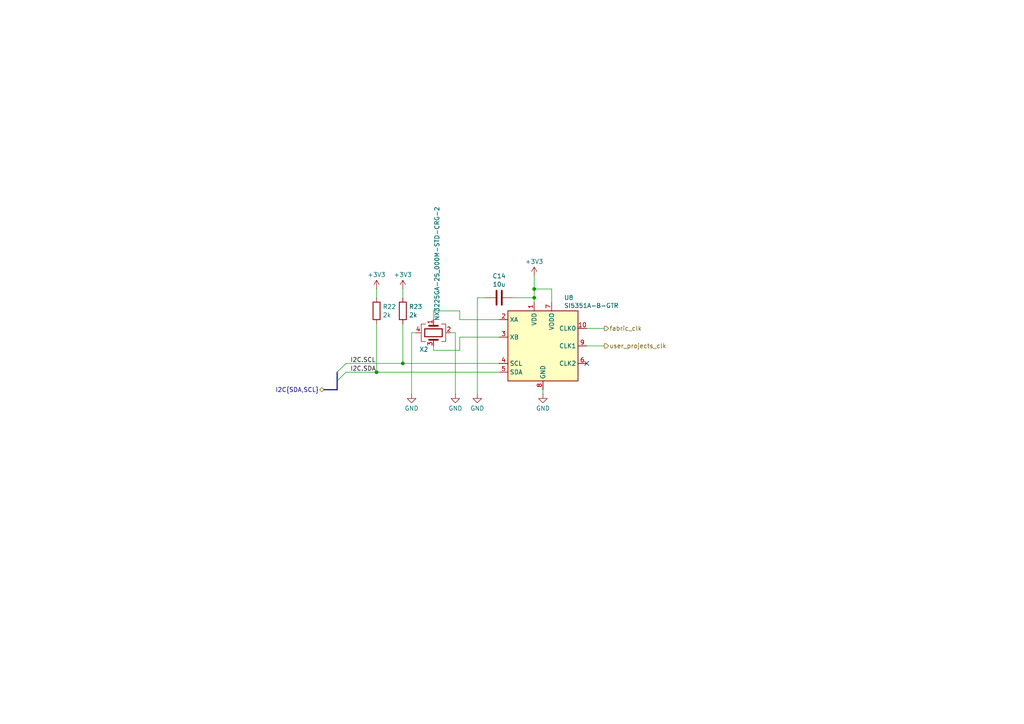
<source format=kicad_sch>
(kicad_sch (version 20231120) (generator "eeschema") (generator_version "8.0")
  (paper "A4")
  (title_block (title "Clocking") (date "2024-05-30") (rev "0.2.0"))
  (lib_symbols
    (symbol "Device:C" (pin_numbers hide) (pin_names (offset 0.254))
      (property "Reference" "C" (at 0.635 2.54 0))
      (property "Value" "C" (at 0.635 -2.54 0))
      (symbol "C_0_1"
        (polyline (pts (xy -2.032 -0.762) (xy 2.032 -0.762)) (stroke (width 0.508)))
        (polyline (pts (xy -2.032 0.762) (xy 2.032 0.762)) (stroke (width 0.508)))
      )
      (symbol "C_1_1"
        (pin passive line (at 0 3.81 270) (length 2.794) (name "~") (number "1"))
        (pin passive line (at 0 -3.81 90) (length 2.794) (name "~") (number "2"))
      )
    )
    (symbol "Device:Crystal_GND24" (pin_names (offset 1.016) hide)
      (property "Reference" "Y" (at 3.175 5.08 0))
      (property "Value" "Crystal_GND24" (at 3.175 3.175 0))
      (symbol "Crystal_GND24_0_1"
        (rectangle (start -1.143 2.54) (end 1.143 -2.54) (stroke (width 0.3048)))
        (polyline (pts (xy -2.54 0) (xy -2.032 0)))
        (polyline (pts (xy -2.032 -1.27) (xy -2.032 1.27)) (stroke (width 0.508)))
        (polyline (pts (xy 0 -3.81) (xy 0 -3.556)))
        (polyline (pts (xy 0 3.556) (xy 0 3.81)))
        (polyline (pts (xy 2.032 -1.27) (xy 2.032 1.27)) (stroke (width 0.508)))
        (polyline (pts (xy 2.032 0) (xy 2.54 0)))
        (polyline (pts (xy -2.54 -2.286) (xy -2.54 -3.556) (xy 2.54 -3.556) (xy 2.54 -2.286)))
        (polyline (pts (xy -2.54 2.286) (xy -2.54 3.556) (xy 2.54 3.556) (xy 2.54 2.286)))
      )
      (symbol "Crystal_GND24_1_1"
        (pin passive line (at -3.81 0 0) (length 1.27) (name "1") (number "1"))
        (pin passive line (at 0 5.08 270) (length 1.27) (name "2") (number "2"))
        (pin passive line (at 3.81 0 180) (length 1.27) (name "3") (number "3"))
        (pin passive line (at 0 -5.08 90) (length 1.27) (name "4") (number "4"))
      )
    )
    (symbol "Device:R" (pin_numbers hide) (pin_names (offset 0))
      (property "Reference" "R" (at 2.032 0 90))
      (property "Value" "R" (at 0 0 90))
      (symbol "R_0_1"
        (rectangle (start -1.016 -2.54) (end 1.016 2.54) (stroke (width 0.254)))
      )
      (symbol "R_1_1"
        (pin passive line (at 0 3.81 270) (length 1.27) (name "~") (number "1"))
        (pin passive line (at 0 -3.81 90) (length 1.27) (name "~") (number "2"))
      )
    )
    (symbol "Oscillator:Si5351A-B-GT"
      (property "Reference" "Y" (at -8.89 11.43 0))
      (property "Value" "Si5351A-B-GT" (at -12.7 -12.7 0))
      (symbol "Si5351A-B-GT_0_1"
        (rectangle (start -10.16 10.16) (end 10.16 -10.16) (stroke (width 0.254)) (fill (type background)))
      )
      (symbol "Si5351A-B-GT_1_1"
        (pin power_in line (at -2.54 12.7 270) (length 2.54) (name "VDD") (number "1"))
        (pin output line (at 12.7 5.08 180) (length 2.54) (name "CLK0") (number "10"))
        (pin input line (at -12.7 7.62 0) (length 2.54) (name "XA") (number "2"))
        (pin input line (at -12.7 2.54 0) (length 2.54) (name "XB") (number "3"))
        (pin input line (at -12.7 -5.08 0) (length 2.54) (name "SCL") (number "4"))
        (pin bidirectional line (at -12.7 -7.62 0) (length 2.54) (name "SDA") (number "5"))
        (pin output line (at 12.7 -5.08 180) (length 2.54) (name "CLK2") (number "6"))
        (pin power_in line (at 2.54 12.7 270) (length 2.54) (name "VDDO") (number "7"))
        (pin power_in line (at 0 -12.7 90) (length 2.54) (name "GND") (number "8"))
        (pin output line (at 12.7 0 180) (length 2.54) (name "CLK1") (number "9"))
      )
    )
    (symbol "power:+3V3" (power) (pin_numbers hide) (pin_names (offset 0) hide)
      (property "Value" "+3V3" (at 0 3.556 0))
      (symbol "+3V3_0_1"
        (polyline (pts (xy -0.762 1.27) (xy 0 2.54)))
        (polyline (pts (xy 0 0) (xy 0 2.54)))
        (polyline (pts (xy 0 2.54) (xy 0.762 1.27)))
      )
      (symbol "+3V3_1_1"
        (pin power_in line (at 0 0 90) (length 0) (name "~") (number "1"))
      )
    )
    (symbol "power:GND" (power) (pin_numbers hide) (pin_names (offset 0) hide)
      (property "Value" "GND" (at 0 -3.81 0))
      (symbol "GND_0_1"
        (polyline (pts (xy 0 0) (xy 0 -1.27) (xy 1.27 -1.27) (xy 0 -2.54) (xy -1.27 -1.27) (xy 0 -1.27)))
      )
      (symbol "GND_1_1"
        (pin power_in line (at 0 0 270) (length 0) (name "~") (number "1"))
      )
    )
  )
  (bus_alias "I2C" (members "SDA" "SCL"))
  (junction (at 154.94 83.82))
  (junction (at 109.22 107.95))
  (junction (at 154.94 86.36))
  (junction (at 116.84 105.41))
  (no_connect (at 170.18 105.41))
  (bus_entry (at 100.33 105.41) (size -2.54 2.54))
  (bus_entry (at 100.33 107.95) (size -2.54 2.54))
  (wire (pts (xy 170.18 95.25) (xy 175.26 95.25)))
  (wire (pts (xy 100.33 107.95) (xy 109.22 107.95)))
  (bus (pts (xy 97.79 107.95) (xy 97.79 110.49)))
  (wire (pts (xy 138.43 86.36) (xy 140.97 86.36)))
  (wire (pts (xy 148.59 86.36) (xy 154.94 86.36)))
  (wire (pts (xy 116.84 105.41) (xy 144.78 105.41)))
  (wire (pts (xy 154.94 86.36) (xy 154.94 87.63)))
  (wire (pts (xy 100.33 105.41) (xy 116.84 105.41)))
  (bus (pts (xy 93.98 113.03) (xy 97.79 113.03)))
  (wire (pts (xy 109.22 107.95) (xy 109.22 93.98)))
  (wire (pts (xy 125.73 100.33) (xy 125.73 101.6)))
  (wire (pts (xy 133.35 97.79) (xy 133.35 101.6)))
  (wire (pts (xy 116.84 83.82) (xy 116.84 86.36)))
  (wire (pts (xy 109.22 83.82) (xy 109.22 86.36)))
  (wire (pts (xy 119.38 114.3) (xy 119.38 96.52)))
  (wire (pts (xy 116.84 105.41) (xy 116.84 93.98)))
  (wire (pts (xy 133.35 92.71) (xy 144.78 92.71)))
  (wire (pts (xy 132.08 96.52) (xy 132.08 114.3)))
  (bus (pts (xy 97.79 110.49) (xy 97.79 113.03)))
  (wire (pts (xy 175.26 100.33) (xy 170.18 100.33)))
  (wire (pts (xy 125.73 90.17) (xy 133.35 90.17)))
  (wire (pts (xy 154.94 83.82) (xy 154.94 86.36)))
  (wire (pts (xy 125.73 90.17) (xy 125.73 92.71)))
  (wire (pts (xy 125.73 101.6) (xy 133.35 101.6)))
  (wire (pts (xy 119.38 96.52) (xy 120.65 96.52)))
  (wire (pts (xy 160.02 83.82) (xy 160.02 87.63)))
  (wire (pts (xy 109.22 107.95) (xy 144.78 107.95)))
  (wire (pts (xy 157.48 113.03) (xy 157.48 114.3)))
  (wire (pts (xy 144.78 97.79) (xy 133.35 97.79)))
  (wire (pts (xy 133.35 90.17) (xy 133.35 92.71)))
  (wire (pts (xy 138.43 114.3) (xy 138.43 86.36)))
  (wire (pts (xy 154.94 83.82) (xy 160.02 83.82)))
  (wire (pts (xy 154.94 80.01) (xy 154.94 83.82)))
  (wire (pts (xy 132.08 96.52) (xy 130.81 96.52)))
  (label "I2C.SCL" (at 101.6 105.41 0))
  (label "I2C.SDA" (at 101.6 107.95 0))
  (hierarchical_label "I2C{SDA,SCL}" (shape bidirectional) (at 93.98 113.03 180))
  (hierarchical_label "user_projects_clk" (shape output) (at 175.26 100.33 0))
  (hierarchical_label "fabric_clk" (shape output) (at 175.26 95.25 0))
  (symbol (lib_id "power:GND") (at 132.08 114.3 0) (unit 1)
    (property "Reference" "#PWR82" (effects (hide yes)))
    (property "Value" "GND" (at 132.08 118.4331 0))
    (property "Description" "Power symbol creates a global label with name \"GND\" , ground" (effects (hide yes)))
  )
  (symbol (lib_id "power:+3V3") (at 154.94 80.01 0) (unit 1)
    (property "Reference" "#PWR84" (effects (hide yes)))
    (property "Value" "+3V3" (at 154.94 75.8769 0))
    (property "Description" "Power symbol creates a global label with name \"+3V3\"" (effects (hide yes)))
  )
  (symbol (lib_id "power:+3V3") (at 109.22 83.82 0) (unit 1)
    (property "Reference" "#PWR79" (effects (hide yes)))
    (property "Value" "+3V3" (at 109.22 79.6869 0))
    (property "Description" "Power symbol creates a global label with name \"+3V3\"" (effects (hide yes)))
  )
  (symbol (lib_id "power:GND") (at 138.43 114.3 0) (unit 1)
    (property "Reference" "#PWR83" (effects (hide yes)))
    (property "Value" "GND" (at 138.43 118.4331 0))
    (property "Description" "Power symbol creates a global label with name \"GND\" , ground" (effects (hide yes)))
  )
  (symbol (lib_id "Device:R") (at 109.22 90.17 0) (unit 1)
    (property "Reference" "R22" (at 110.998 88.9578 0) (effects (justify left)))
    (property "Value" "2k" (at 110.998 91.3821 0) (effects (justify left)))
    (property "Footprint" "Resistor_SMD:R_0805_2012Metric" (effects (hide yes)))
    (property "Description" "Resistor" (effects (hide yes)))
  )
  (symbol (lib_id "Device:R") (at 116.84 90.17 0) (unit 1)
    (property "Reference" "R23" (at 118.618 88.9578 0) (effects (justify left)))
    (property "Value" "2k" (at 118.618 91.3821 0) (effects (justify left)))
    (property "Footprint" "Resistor_SMD:R_0805_2012Metric" (effects (hide yes)))
    (property "Description" "Resistor" (effects (hide yes)))
  )
  (symbol (lib_id "power:GND") (at 119.38 114.3 0) (unit 1)
    (property "Reference" "#PWR81" (effects (hide yes)))
    (property "Value" "GND" (at 119.38 118.4331 0))
    (property "Description" "Power symbol creates a global label with name \"GND\" , ground" (effects (hide yes)))
  )
  (symbol (lib_id "Device:Crystal_GND24") (at 125.73 96.52 270) (unit 1)
    (property "Reference" "X2" (at 122.936 101.346 90))
    (property "Value" "NX3225GA-25_000M-STD-CRG-2" (at 126.746 76.454 0))
    (property "Footprint" "Crystal:Crystal_SMD_3225-4Pin_3.2x2.5mm" (effects (hide yes)))
    (property "Description" "Four pin crystal, GND on pins 2 and 4" (effects (hide yes)))
    (property "LCSC" "C1985619" (effects (hide yes)))
  )
  (symbol (lib_id "Device:C") (at 144.78 86.36 90) (unit 1)
    (property "Reference" "C14" (at 144.78 80.0565 90))
    (property "Value" "10u" (at 144.78 82.4808 90))
    (property "Footprint" "Capacitor_SMD:C_0805_2012Metric" (effects (hide yes)))
    (property "Description" "Unpolarized capacitor" (effects (hide yes)))
  )
  (symbol (lib_id "power:GND") (at 157.48 114.3 0) (unit 1)
    (property "Reference" "#PWR85" (effects (hide yes)))
    (property "Value" "GND" (at 157.48 118.4331 0))
    (property "Description" "Power symbol creates a global label with name \"GND\" , ground" (effects (hide yes)))
  )
  (symbol (lib_id "Oscillator:Si5351A-B-GT") (at 157.48 100.33 0) (unit 1)
    (property "Reference" "U8" (at 163.576 86.36 0) (effects (justify left)))
    (property "Value" "SI5351A-B-GTR" (at 163.576 88.646 0) (effects (justify left)))
    (property "Footprint" "Package_SO:MSOP-10_3x3mm_P0.5mm" (effects (hide yes)))
    (property "Datasheet" "https://www.skyworksinc.com/-/media/Skyworks/SL/documents/public/data-sheets/Si5351-B.pdf" (effects (hide yes)))
    (property "Description" "I2C Programmable Any-Frequency CMOS Clock Generator, MSOP-8" (effects (hide yes)))
    (property "LCSC" "C504891" (effects (hide yes)))
  )
  (symbol (lib_id "power:+3V3") (at 116.84 83.82 0) (unit 1)
    (property "Reference" "#PWR80" (effects (hide yes)))
    (property "Value" "+3V3" (at 116.84 79.6869 0))
    (property "Description" "Power symbol creates a global label with name \"+3V3\"" (effects (hide yes)))
  )
)
</source>
